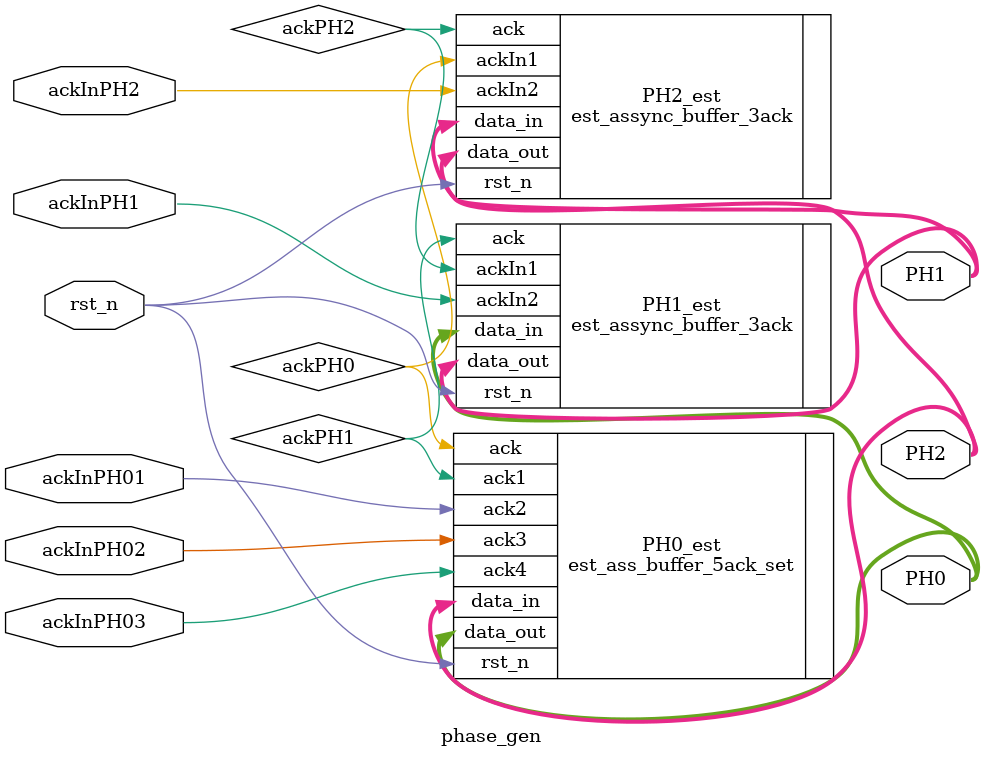
<source format=v>
module phase_gen(input rst_n,
					  output[1:0]PH0,PH1,PH2,
					  input ackInPH01,
					  input ackInPH02,
					  input ackInPH03,
					  input ackInPH1,
					  input ackInPH2);
					  
						
wire ackPH0, ackPH1, ackPH2;						
			
est_ass_buffer_5ack_set PH0_est(.rst_n(rst_n),
									 .data_in(PH2),
									 .data_out(PH0),
									 .ack1(ackPH1),
									 .ack2(ackInPH01),
									 .ack3(ackInPH02),
									 .ack4(ackInPH03),
									 .ack(ackPH0));
									 
									 
est_assync_buffer_3ack PH1_est(.rst_n(rst_n),
									.data_in(PH0),
									.data_out(PH1),
									.ackIn1(ackPH2),
									.ackIn2(ackInPH1),
									.ack(ackPH1));
										
est_assync_buffer_3ack PH2_est(.rst_n(rst_n),
									.data_in(PH1),
									.data_out(PH2),
									.ackIn1(ackPH0),
									.ackIn2(ackInPH2),
									.ack(ackPH2));
			
					  
					  
endmodule 
</source>
